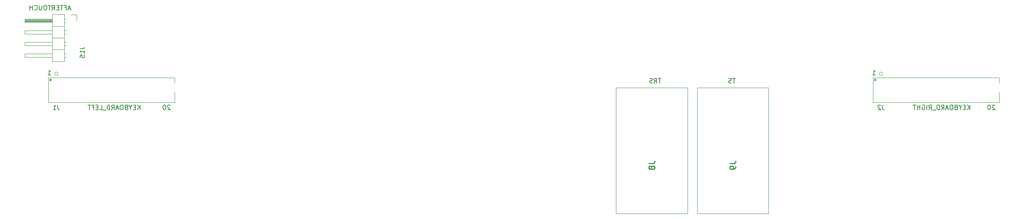
<source format=gbr>
%TF.GenerationSoftware,KiCad,Pcbnew,7.0.1*%
%TF.CreationDate,2023-06-05T15:34:48+02:00*%
%TF.ProjectId,hoatzin,686f6174-7a69-46e2-9e6b-696361645f70,rev?*%
%TF.SameCoordinates,Original*%
%TF.FileFunction,Legend,Bot*%
%TF.FilePolarity,Positive*%
%FSLAX46Y46*%
G04 Gerber Fmt 4.6, Leading zero omitted, Abs format (unit mm)*
G04 Created by KiCad (PCBNEW 7.0.1) date 2023-06-05 15:34:48*
%MOMM*%
%LPD*%
G01*
G04 APERTURE LIST*
%ADD10C,0.150000*%
%ADD11C,0.254000*%
%ADD12C,0.120000*%
%ADD13C,0.100000*%
G04 APERTURE END LIST*
D10*
X58347857Y-94442619D02*
X58347857Y-93442619D01*
X57776429Y-94442619D02*
X58205000Y-93871190D01*
X57776429Y-93442619D02*
X58347857Y-94014047D01*
X57347857Y-93918809D02*
X57014524Y-93918809D01*
X56871667Y-94442619D02*
X57347857Y-94442619D01*
X57347857Y-94442619D02*
X57347857Y-93442619D01*
X57347857Y-93442619D02*
X56871667Y-93442619D01*
X56252619Y-93966428D02*
X56252619Y-94442619D01*
X56585952Y-93442619D02*
X56252619Y-93966428D01*
X56252619Y-93966428D02*
X55919286Y-93442619D01*
X55252619Y-93918809D02*
X55109762Y-93966428D01*
X55109762Y-93966428D02*
X55062143Y-94014047D01*
X55062143Y-94014047D02*
X55014524Y-94109285D01*
X55014524Y-94109285D02*
X55014524Y-94252142D01*
X55014524Y-94252142D02*
X55062143Y-94347380D01*
X55062143Y-94347380D02*
X55109762Y-94395000D01*
X55109762Y-94395000D02*
X55205000Y-94442619D01*
X55205000Y-94442619D02*
X55585952Y-94442619D01*
X55585952Y-94442619D02*
X55585952Y-93442619D01*
X55585952Y-93442619D02*
X55252619Y-93442619D01*
X55252619Y-93442619D02*
X55157381Y-93490238D01*
X55157381Y-93490238D02*
X55109762Y-93537857D01*
X55109762Y-93537857D02*
X55062143Y-93633095D01*
X55062143Y-93633095D02*
X55062143Y-93728333D01*
X55062143Y-93728333D02*
X55109762Y-93823571D01*
X55109762Y-93823571D02*
X55157381Y-93871190D01*
X55157381Y-93871190D02*
X55252619Y-93918809D01*
X55252619Y-93918809D02*
X55585952Y-93918809D01*
X54395476Y-93442619D02*
X54205000Y-93442619D01*
X54205000Y-93442619D02*
X54109762Y-93490238D01*
X54109762Y-93490238D02*
X54014524Y-93585476D01*
X54014524Y-93585476D02*
X53966905Y-93775952D01*
X53966905Y-93775952D02*
X53966905Y-94109285D01*
X53966905Y-94109285D02*
X54014524Y-94299761D01*
X54014524Y-94299761D02*
X54109762Y-94395000D01*
X54109762Y-94395000D02*
X54205000Y-94442619D01*
X54205000Y-94442619D02*
X54395476Y-94442619D01*
X54395476Y-94442619D02*
X54490714Y-94395000D01*
X54490714Y-94395000D02*
X54585952Y-94299761D01*
X54585952Y-94299761D02*
X54633571Y-94109285D01*
X54633571Y-94109285D02*
X54633571Y-93775952D01*
X54633571Y-93775952D02*
X54585952Y-93585476D01*
X54585952Y-93585476D02*
X54490714Y-93490238D01*
X54490714Y-93490238D02*
X54395476Y-93442619D01*
X53585952Y-94156904D02*
X53109762Y-94156904D01*
X53681190Y-94442619D02*
X53347857Y-93442619D01*
X53347857Y-93442619D02*
X53014524Y-94442619D01*
X52109762Y-94442619D02*
X52443095Y-93966428D01*
X52681190Y-94442619D02*
X52681190Y-93442619D01*
X52681190Y-93442619D02*
X52300238Y-93442619D01*
X52300238Y-93442619D02*
X52205000Y-93490238D01*
X52205000Y-93490238D02*
X52157381Y-93537857D01*
X52157381Y-93537857D02*
X52109762Y-93633095D01*
X52109762Y-93633095D02*
X52109762Y-93775952D01*
X52109762Y-93775952D02*
X52157381Y-93871190D01*
X52157381Y-93871190D02*
X52205000Y-93918809D01*
X52205000Y-93918809D02*
X52300238Y-93966428D01*
X52300238Y-93966428D02*
X52681190Y-93966428D01*
X51681190Y-94442619D02*
X51681190Y-93442619D01*
X51681190Y-93442619D02*
X51443095Y-93442619D01*
X51443095Y-93442619D02*
X51300238Y-93490238D01*
X51300238Y-93490238D02*
X51205000Y-93585476D01*
X51205000Y-93585476D02*
X51157381Y-93680714D01*
X51157381Y-93680714D02*
X51109762Y-93871190D01*
X51109762Y-93871190D02*
X51109762Y-94014047D01*
X51109762Y-94014047D02*
X51157381Y-94204523D01*
X51157381Y-94204523D02*
X51205000Y-94299761D01*
X51205000Y-94299761D02*
X51300238Y-94395000D01*
X51300238Y-94395000D02*
X51443095Y-94442619D01*
X51443095Y-94442619D02*
X51681190Y-94442619D01*
X50919286Y-94537857D02*
X50157381Y-94537857D01*
X49443095Y-94442619D02*
X49919285Y-94442619D01*
X49919285Y-94442619D02*
X49919285Y-93442619D01*
X49109761Y-93918809D02*
X48776428Y-93918809D01*
X48633571Y-94442619D02*
X49109761Y-94442619D01*
X49109761Y-94442619D02*
X49109761Y-93442619D01*
X49109761Y-93442619D02*
X48633571Y-93442619D01*
X47871666Y-93918809D02*
X48204999Y-93918809D01*
X48204999Y-94442619D02*
X48204999Y-93442619D01*
X48204999Y-93442619D02*
X47728809Y-93442619D01*
X47490713Y-93442619D02*
X46919285Y-93442619D01*
X47204999Y-94442619D02*
X47204999Y-93442619D01*
X172203904Y-87600619D02*
X171632476Y-87600619D01*
X171918190Y-88600619D02*
X171918190Y-87600619D01*
X170727714Y-88600619D02*
X171061047Y-88124428D01*
X171299142Y-88600619D02*
X171299142Y-87600619D01*
X171299142Y-87600619D02*
X170918190Y-87600619D01*
X170918190Y-87600619D02*
X170822952Y-87648238D01*
X170822952Y-87648238D02*
X170775333Y-87695857D01*
X170775333Y-87695857D02*
X170727714Y-87791095D01*
X170727714Y-87791095D02*
X170727714Y-87933952D01*
X170727714Y-87933952D02*
X170775333Y-88029190D01*
X170775333Y-88029190D02*
X170822952Y-88076809D01*
X170822952Y-88076809D02*
X170918190Y-88124428D01*
X170918190Y-88124428D02*
X171299142Y-88124428D01*
X170346761Y-88553000D02*
X170203904Y-88600619D01*
X170203904Y-88600619D02*
X169965809Y-88600619D01*
X169965809Y-88600619D02*
X169870571Y-88553000D01*
X169870571Y-88553000D02*
X169822952Y-88505380D01*
X169822952Y-88505380D02*
X169775333Y-88410142D01*
X169775333Y-88410142D02*
X169775333Y-88314904D01*
X169775333Y-88314904D02*
X169822952Y-88219666D01*
X169822952Y-88219666D02*
X169870571Y-88172047D01*
X169870571Y-88172047D02*
X169965809Y-88124428D01*
X169965809Y-88124428D02*
X170156285Y-88076809D01*
X170156285Y-88076809D02*
X170251523Y-88029190D01*
X170251523Y-88029190D02*
X170299142Y-87981571D01*
X170299142Y-87981571D02*
X170346761Y-87886333D01*
X170346761Y-87886333D02*
X170346761Y-87791095D01*
X170346761Y-87791095D02*
X170299142Y-87695857D01*
X170299142Y-87695857D02*
X170251523Y-87648238D01*
X170251523Y-87648238D02*
X170156285Y-87600619D01*
X170156285Y-87600619D02*
X169918190Y-87600619D01*
X169918190Y-87600619D02*
X169775333Y-87648238D01*
X43060380Y-72312904D02*
X42584190Y-72312904D01*
X43155618Y-72598619D02*
X42822285Y-71598619D01*
X42822285Y-71598619D02*
X42488952Y-72598619D01*
X41822285Y-72074809D02*
X42155618Y-72074809D01*
X42155618Y-72598619D02*
X42155618Y-71598619D01*
X42155618Y-71598619D02*
X41679428Y-71598619D01*
X41441332Y-71598619D02*
X40869904Y-71598619D01*
X41155618Y-72598619D02*
X41155618Y-71598619D01*
X40536570Y-72074809D02*
X40203237Y-72074809D01*
X40060380Y-72598619D02*
X40536570Y-72598619D01*
X40536570Y-72598619D02*
X40536570Y-71598619D01*
X40536570Y-71598619D02*
X40060380Y-71598619D01*
X39060380Y-72598619D02*
X39393713Y-72122428D01*
X39631808Y-72598619D02*
X39631808Y-71598619D01*
X39631808Y-71598619D02*
X39250856Y-71598619D01*
X39250856Y-71598619D02*
X39155618Y-71646238D01*
X39155618Y-71646238D02*
X39107999Y-71693857D01*
X39107999Y-71693857D02*
X39060380Y-71789095D01*
X39060380Y-71789095D02*
X39060380Y-71931952D01*
X39060380Y-71931952D02*
X39107999Y-72027190D01*
X39107999Y-72027190D02*
X39155618Y-72074809D01*
X39155618Y-72074809D02*
X39250856Y-72122428D01*
X39250856Y-72122428D02*
X39631808Y-72122428D01*
X38774665Y-71598619D02*
X38203237Y-71598619D01*
X38488951Y-72598619D02*
X38488951Y-71598619D01*
X37679427Y-71598619D02*
X37488951Y-71598619D01*
X37488951Y-71598619D02*
X37393713Y-71646238D01*
X37393713Y-71646238D02*
X37298475Y-71741476D01*
X37298475Y-71741476D02*
X37250856Y-71931952D01*
X37250856Y-71931952D02*
X37250856Y-72265285D01*
X37250856Y-72265285D02*
X37298475Y-72455761D01*
X37298475Y-72455761D02*
X37393713Y-72551000D01*
X37393713Y-72551000D02*
X37488951Y-72598619D01*
X37488951Y-72598619D02*
X37679427Y-72598619D01*
X37679427Y-72598619D02*
X37774665Y-72551000D01*
X37774665Y-72551000D02*
X37869903Y-72455761D01*
X37869903Y-72455761D02*
X37917522Y-72265285D01*
X37917522Y-72265285D02*
X37917522Y-71931952D01*
X37917522Y-71931952D02*
X37869903Y-71741476D01*
X37869903Y-71741476D02*
X37774665Y-71646238D01*
X37774665Y-71646238D02*
X37679427Y-71598619D01*
X36822284Y-71598619D02*
X36822284Y-72408142D01*
X36822284Y-72408142D02*
X36774665Y-72503380D01*
X36774665Y-72503380D02*
X36727046Y-72551000D01*
X36727046Y-72551000D02*
X36631808Y-72598619D01*
X36631808Y-72598619D02*
X36441332Y-72598619D01*
X36441332Y-72598619D02*
X36346094Y-72551000D01*
X36346094Y-72551000D02*
X36298475Y-72503380D01*
X36298475Y-72503380D02*
X36250856Y-72408142D01*
X36250856Y-72408142D02*
X36250856Y-71598619D01*
X35203237Y-72503380D02*
X35250856Y-72551000D01*
X35250856Y-72551000D02*
X35393713Y-72598619D01*
X35393713Y-72598619D02*
X35488951Y-72598619D01*
X35488951Y-72598619D02*
X35631808Y-72551000D01*
X35631808Y-72551000D02*
X35727046Y-72455761D01*
X35727046Y-72455761D02*
X35774665Y-72360523D01*
X35774665Y-72360523D02*
X35822284Y-72170047D01*
X35822284Y-72170047D02*
X35822284Y-72027190D01*
X35822284Y-72027190D02*
X35774665Y-71836714D01*
X35774665Y-71836714D02*
X35727046Y-71741476D01*
X35727046Y-71741476D02*
X35631808Y-71646238D01*
X35631808Y-71646238D02*
X35488951Y-71598619D01*
X35488951Y-71598619D02*
X35393713Y-71598619D01*
X35393713Y-71598619D02*
X35250856Y-71646238D01*
X35250856Y-71646238D02*
X35203237Y-71693857D01*
X34774665Y-72598619D02*
X34774665Y-71598619D01*
X34774665Y-72074809D02*
X34203237Y-72074809D01*
X34203237Y-72598619D02*
X34203237Y-71598619D01*
X239799047Y-94442619D02*
X239799047Y-93442619D01*
X239227619Y-94442619D02*
X239656190Y-93871190D01*
X239227619Y-93442619D02*
X239799047Y-94014047D01*
X238799047Y-93918809D02*
X238465714Y-93918809D01*
X238322857Y-94442619D02*
X238799047Y-94442619D01*
X238799047Y-94442619D02*
X238799047Y-93442619D01*
X238799047Y-93442619D02*
X238322857Y-93442619D01*
X237703809Y-93966428D02*
X237703809Y-94442619D01*
X238037142Y-93442619D02*
X237703809Y-93966428D01*
X237703809Y-93966428D02*
X237370476Y-93442619D01*
X236703809Y-93918809D02*
X236560952Y-93966428D01*
X236560952Y-93966428D02*
X236513333Y-94014047D01*
X236513333Y-94014047D02*
X236465714Y-94109285D01*
X236465714Y-94109285D02*
X236465714Y-94252142D01*
X236465714Y-94252142D02*
X236513333Y-94347380D01*
X236513333Y-94347380D02*
X236560952Y-94395000D01*
X236560952Y-94395000D02*
X236656190Y-94442619D01*
X236656190Y-94442619D02*
X237037142Y-94442619D01*
X237037142Y-94442619D02*
X237037142Y-93442619D01*
X237037142Y-93442619D02*
X236703809Y-93442619D01*
X236703809Y-93442619D02*
X236608571Y-93490238D01*
X236608571Y-93490238D02*
X236560952Y-93537857D01*
X236560952Y-93537857D02*
X236513333Y-93633095D01*
X236513333Y-93633095D02*
X236513333Y-93728333D01*
X236513333Y-93728333D02*
X236560952Y-93823571D01*
X236560952Y-93823571D02*
X236608571Y-93871190D01*
X236608571Y-93871190D02*
X236703809Y-93918809D01*
X236703809Y-93918809D02*
X237037142Y-93918809D01*
X235846666Y-93442619D02*
X235656190Y-93442619D01*
X235656190Y-93442619D02*
X235560952Y-93490238D01*
X235560952Y-93490238D02*
X235465714Y-93585476D01*
X235465714Y-93585476D02*
X235418095Y-93775952D01*
X235418095Y-93775952D02*
X235418095Y-94109285D01*
X235418095Y-94109285D02*
X235465714Y-94299761D01*
X235465714Y-94299761D02*
X235560952Y-94395000D01*
X235560952Y-94395000D02*
X235656190Y-94442619D01*
X235656190Y-94442619D02*
X235846666Y-94442619D01*
X235846666Y-94442619D02*
X235941904Y-94395000D01*
X235941904Y-94395000D02*
X236037142Y-94299761D01*
X236037142Y-94299761D02*
X236084761Y-94109285D01*
X236084761Y-94109285D02*
X236084761Y-93775952D01*
X236084761Y-93775952D02*
X236037142Y-93585476D01*
X236037142Y-93585476D02*
X235941904Y-93490238D01*
X235941904Y-93490238D02*
X235846666Y-93442619D01*
X235037142Y-94156904D02*
X234560952Y-94156904D01*
X235132380Y-94442619D02*
X234799047Y-93442619D01*
X234799047Y-93442619D02*
X234465714Y-94442619D01*
X233560952Y-94442619D02*
X233894285Y-93966428D01*
X234132380Y-94442619D02*
X234132380Y-93442619D01*
X234132380Y-93442619D02*
X233751428Y-93442619D01*
X233751428Y-93442619D02*
X233656190Y-93490238D01*
X233656190Y-93490238D02*
X233608571Y-93537857D01*
X233608571Y-93537857D02*
X233560952Y-93633095D01*
X233560952Y-93633095D02*
X233560952Y-93775952D01*
X233560952Y-93775952D02*
X233608571Y-93871190D01*
X233608571Y-93871190D02*
X233656190Y-93918809D01*
X233656190Y-93918809D02*
X233751428Y-93966428D01*
X233751428Y-93966428D02*
X234132380Y-93966428D01*
X233132380Y-94442619D02*
X233132380Y-93442619D01*
X233132380Y-93442619D02*
X232894285Y-93442619D01*
X232894285Y-93442619D02*
X232751428Y-93490238D01*
X232751428Y-93490238D02*
X232656190Y-93585476D01*
X232656190Y-93585476D02*
X232608571Y-93680714D01*
X232608571Y-93680714D02*
X232560952Y-93871190D01*
X232560952Y-93871190D02*
X232560952Y-94014047D01*
X232560952Y-94014047D02*
X232608571Y-94204523D01*
X232608571Y-94204523D02*
X232656190Y-94299761D01*
X232656190Y-94299761D02*
X232751428Y-94395000D01*
X232751428Y-94395000D02*
X232894285Y-94442619D01*
X232894285Y-94442619D02*
X233132380Y-94442619D01*
X232370476Y-94537857D02*
X231608571Y-94537857D01*
X230799047Y-94442619D02*
X231132380Y-93966428D01*
X231370475Y-94442619D02*
X231370475Y-93442619D01*
X231370475Y-93442619D02*
X230989523Y-93442619D01*
X230989523Y-93442619D02*
X230894285Y-93490238D01*
X230894285Y-93490238D02*
X230846666Y-93537857D01*
X230846666Y-93537857D02*
X230799047Y-93633095D01*
X230799047Y-93633095D02*
X230799047Y-93775952D01*
X230799047Y-93775952D02*
X230846666Y-93871190D01*
X230846666Y-93871190D02*
X230894285Y-93918809D01*
X230894285Y-93918809D02*
X230989523Y-93966428D01*
X230989523Y-93966428D02*
X231370475Y-93966428D01*
X230370475Y-94442619D02*
X230370475Y-93442619D01*
X229370476Y-93490238D02*
X229465714Y-93442619D01*
X229465714Y-93442619D02*
X229608571Y-93442619D01*
X229608571Y-93442619D02*
X229751428Y-93490238D01*
X229751428Y-93490238D02*
X229846666Y-93585476D01*
X229846666Y-93585476D02*
X229894285Y-93680714D01*
X229894285Y-93680714D02*
X229941904Y-93871190D01*
X229941904Y-93871190D02*
X229941904Y-94014047D01*
X229941904Y-94014047D02*
X229894285Y-94204523D01*
X229894285Y-94204523D02*
X229846666Y-94299761D01*
X229846666Y-94299761D02*
X229751428Y-94395000D01*
X229751428Y-94395000D02*
X229608571Y-94442619D01*
X229608571Y-94442619D02*
X229513333Y-94442619D01*
X229513333Y-94442619D02*
X229370476Y-94395000D01*
X229370476Y-94395000D02*
X229322857Y-94347380D01*
X229322857Y-94347380D02*
X229322857Y-94014047D01*
X229322857Y-94014047D02*
X229513333Y-94014047D01*
X228894285Y-94442619D02*
X228894285Y-93442619D01*
X228894285Y-93918809D02*
X228322857Y-93918809D01*
X228322857Y-94442619D02*
X228322857Y-93442619D01*
X227989523Y-93442619D02*
X227418095Y-93442619D01*
X227703809Y-94442619D02*
X227703809Y-93442619D01*
X188467904Y-87600619D02*
X187896476Y-87600619D01*
X188182190Y-88600619D02*
X188182190Y-87600619D01*
X187610761Y-88553000D02*
X187467904Y-88600619D01*
X187467904Y-88600619D02*
X187229809Y-88600619D01*
X187229809Y-88600619D02*
X187134571Y-88553000D01*
X187134571Y-88553000D02*
X187086952Y-88505380D01*
X187086952Y-88505380D02*
X187039333Y-88410142D01*
X187039333Y-88410142D02*
X187039333Y-88314904D01*
X187039333Y-88314904D02*
X187086952Y-88219666D01*
X187086952Y-88219666D02*
X187134571Y-88172047D01*
X187134571Y-88172047D02*
X187229809Y-88124428D01*
X187229809Y-88124428D02*
X187420285Y-88076809D01*
X187420285Y-88076809D02*
X187515523Y-88029190D01*
X187515523Y-88029190D02*
X187563142Y-87981571D01*
X187563142Y-87981571D02*
X187610761Y-87886333D01*
X187610761Y-87886333D02*
X187610761Y-87791095D01*
X187610761Y-87791095D02*
X187563142Y-87695857D01*
X187563142Y-87695857D02*
X187515523Y-87648238D01*
X187515523Y-87648238D02*
X187420285Y-87600619D01*
X187420285Y-87600619D02*
X187182190Y-87600619D01*
X187182190Y-87600619D02*
X187039333Y-87648238D01*
%TO.C,J2*%
X220678333Y-93442619D02*
X220678333Y-94156904D01*
X220678333Y-94156904D02*
X220725952Y-94299761D01*
X220725952Y-94299761D02*
X220821190Y-94395000D01*
X220821190Y-94395000D02*
X220964047Y-94442619D01*
X220964047Y-94442619D02*
X221059285Y-94442619D01*
X220249761Y-93537857D02*
X220202142Y-93490238D01*
X220202142Y-93490238D02*
X220106904Y-93442619D01*
X220106904Y-93442619D02*
X219868809Y-93442619D01*
X219868809Y-93442619D02*
X219773571Y-93490238D01*
X219773571Y-93490238D02*
X219725952Y-93537857D01*
X219725952Y-93537857D02*
X219678333Y-93633095D01*
X219678333Y-93633095D02*
X219678333Y-93728333D01*
X219678333Y-93728333D02*
X219725952Y-93871190D01*
X219725952Y-93871190D02*
X220297380Y-94442619D01*
X220297380Y-94442619D02*
X219678333Y-94442619D01*
X218535285Y-86822619D02*
X219106713Y-86822619D01*
X218820999Y-86822619D02*
X218820999Y-85822619D01*
X218820999Y-85822619D02*
X218916237Y-85965476D01*
X218916237Y-85965476D02*
X219011475Y-86060714D01*
X219011475Y-86060714D02*
X219106713Y-86108333D01*
X219074999Y-87727619D02*
X219074999Y-87965714D01*
X219313094Y-87870476D02*
X219074999Y-87965714D01*
X219074999Y-87965714D02*
X218836904Y-87870476D01*
X219217856Y-88156190D02*
X219074999Y-87965714D01*
X219074999Y-87965714D02*
X218932142Y-88156190D01*
X245236904Y-93537857D02*
X245189285Y-93490238D01*
X245189285Y-93490238D02*
X245094047Y-93442619D01*
X245094047Y-93442619D02*
X244855952Y-93442619D01*
X244855952Y-93442619D02*
X244760714Y-93490238D01*
X244760714Y-93490238D02*
X244713095Y-93537857D01*
X244713095Y-93537857D02*
X244665476Y-93633095D01*
X244665476Y-93633095D02*
X244665476Y-93728333D01*
X244665476Y-93728333D02*
X244713095Y-93871190D01*
X244713095Y-93871190D02*
X245284523Y-94442619D01*
X245284523Y-94442619D02*
X244665476Y-94442619D01*
X244046428Y-93442619D02*
X243951190Y-93442619D01*
X243951190Y-93442619D02*
X243855952Y-93490238D01*
X243855952Y-93490238D02*
X243808333Y-93537857D01*
X243808333Y-93537857D02*
X243760714Y-93633095D01*
X243760714Y-93633095D02*
X243713095Y-93823571D01*
X243713095Y-93823571D02*
X243713095Y-94061666D01*
X243713095Y-94061666D02*
X243760714Y-94252142D01*
X243760714Y-94252142D02*
X243808333Y-94347380D01*
X243808333Y-94347380D02*
X243855952Y-94395000D01*
X243855952Y-94395000D02*
X243951190Y-94442619D01*
X243951190Y-94442619D02*
X244046428Y-94442619D01*
X244046428Y-94442619D02*
X244141666Y-94395000D01*
X244141666Y-94395000D02*
X244189285Y-94347380D01*
X244189285Y-94347380D02*
X244236904Y-94252142D01*
X244236904Y-94252142D02*
X244284523Y-94061666D01*
X244284523Y-94061666D02*
X244284523Y-93823571D01*
X244284523Y-93823571D02*
X244236904Y-93633095D01*
X244236904Y-93633095D02*
X244189285Y-93537857D01*
X244189285Y-93537857D02*
X244141666Y-93490238D01*
X244141666Y-93490238D02*
X244046428Y-93442619D01*
D11*
%TO.C,J9*%
X187277526Y-106256667D02*
X188184669Y-106256667D01*
X188184669Y-106256667D02*
X188366097Y-106196190D01*
X188366097Y-106196190D02*
X188487050Y-106075238D01*
X188487050Y-106075238D02*
X188547526Y-105893809D01*
X188547526Y-105893809D02*
X188547526Y-105772857D01*
X188547526Y-106921905D02*
X188547526Y-107163809D01*
X188547526Y-107163809D02*
X188487050Y-107284762D01*
X188487050Y-107284762D02*
X188426573Y-107345238D01*
X188426573Y-107345238D02*
X188245145Y-107466190D01*
X188245145Y-107466190D02*
X188003240Y-107526667D01*
X188003240Y-107526667D02*
X187519430Y-107526667D01*
X187519430Y-107526667D02*
X187398478Y-107466190D01*
X187398478Y-107466190D02*
X187338002Y-107405714D01*
X187338002Y-107405714D02*
X187277526Y-107284762D01*
X187277526Y-107284762D02*
X187277526Y-107042857D01*
X187277526Y-107042857D02*
X187338002Y-106921905D01*
X187338002Y-106921905D02*
X187398478Y-106861428D01*
X187398478Y-106861428D02*
X187519430Y-106800952D01*
X187519430Y-106800952D02*
X187821811Y-106800952D01*
X187821811Y-106800952D02*
X187942764Y-106861428D01*
X187942764Y-106861428D02*
X188003240Y-106921905D01*
X188003240Y-106921905D02*
X188063716Y-107042857D01*
X188063716Y-107042857D02*
X188063716Y-107284762D01*
X188063716Y-107284762D02*
X188003240Y-107405714D01*
X188003240Y-107405714D02*
X187942764Y-107466190D01*
X187942764Y-107466190D02*
X187821811Y-107526667D01*
%TO.C,J8*%
X169557526Y-106256667D02*
X170464669Y-106256667D01*
X170464669Y-106256667D02*
X170646097Y-106196190D01*
X170646097Y-106196190D02*
X170767050Y-106075238D01*
X170767050Y-106075238D02*
X170827526Y-105893809D01*
X170827526Y-105893809D02*
X170827526Y-105772857D01*
X170101811Y-107042857D02*
X170041335Y-106921905D01*
X170041335Y-106921905D02*
X169980859Y-106861428D01*
X169980859Y-106861428D02*
X169859907Y-106800952D01*
X169859907Y-106800952D02*
X169799430Y-106800952D01*
X169799430Y-106800952D02*
X169678478Y-106861428D01*
X169678478Y-106861428D02*
X169618002Y-106921905D01*
X169618002Y-106921905D02*
X169557526Y-107042857D01*
X169557526Y-107042857D02*
X169557526Y-107284762D01*
X169557526Y-107284762D02*
X169618002Y-107405714D01*
X169618002Y-107405714D02*
X169678478Y-107466190D01*
X169678478Y-107466190D02*
X169799430Y-107526667D01*
X169799430Y-107526667D02*
X169859907Y-107526667D01*
X169859907Y-107526667D02*
X169980859Y-107466190D01*
X169980859Y-107466190D02*
X170041335Y-107405714D01*
X170041335Y-107405714D02*
X170101811Y-107284762D01*
X170101811Y-107284762D02*
X170101811Y-107042857D01*
X170101811Y-107042857D02*
X170162288Y-106921905D01*
X170162288Y-106921905D02*
X170222764Y-106861428D01*
X170222764Y-106861428D02*
X170343716Y-106800952D01*
X170343716Y-106800952D02*
X170585621Y-106800952D01*
X170585621Y-106800952D02*
X170706573Y-106861428D01*
X170706573Y-106861428D02*
X170767050Y-106921905D01*
X170767050Y-106921905D02*
X170827526Y-107042857D01*
X170827526Y-107042857D02*
X170827526Y-107284762D01*
X170827526Y-107284762D02*
X170767050Y-107405714D01*
X170767050Y-107405714D02*
X170706573Y-107466190D01*
X170706573Y-107466190D02*
X170585621Y-107526667D01*
X170585621Y-107526667D02*
X170343716Y-107526667D01*
X170343716Y-107526667D02*
X170222764Y-107466190D01*
X170222764Y-107466190D02*
X170162288Y-107405714D01*
X170162288Y-107405714D02*
X170101811Y-107284762D01*
D10*
%TO.C,J15*%
X45182619Y-81105476D02*
X45896904Y-81105476D01*
X45896904Y-81105476D02*
X46039761Y-81057857D01*
X46039761Y-81057857D02*
X46135000Y-80962619D01*
X46135000Y-80962619D02*
X46182619Y-80819762D01*
X46182619Y-80819762D02*
X46182619Y-80724524D01*
X46182619Y-82105476D02*
X46182619Y-81534048D01*
X46182619Y-81819762D02*
X45182619Y-81819762D01*
X45182619Y-81819762D02*
X45325476Y-81724524D01*
X45325476Y-81724524D02*
X45420714Y-81629286D01*
X45420714Y-81629286D02*
X45468333Y-81534048D01*
X45182619Y-83010238D02*
X45182619Y-82534048D01*
X45182619Y-82534048D02*
X45658809Y-82486429D01*
X45658809Y-82486429D02*
X45611190Y-82534048D01*
X45611190Y-82534048D02*
X45563571Y-82629286D01*
X45563571Y-82629286D02*
X45563571Y-82867381D01*
X45563571Y-82867381D02*
X45611190Y-82962619D01*
X45611190Y-82962619D02*
X45658809Y-83010238D01*
X45658809Y-83010238D02*
X45754047Y-83057857D01*
X45754047Y-83057857D02*
X45992142Y-83057857D01*
X45992142Y-83057857D02*
X46087380Y-83010238D01*
X46087380Y-83010238D02*
X46135000Y-82962619D01*
X46135000Y-82962619D02*
X46182619Y-82867381D01*
X46182619Y-82867381D02*
X46182619Y-82629286D01*
X46182619Y-82629286D02*
X46135000Y-82534048D01*
X46135000Y-82534048D02*
X46087380Y-82486429D01*
%TO.C,J1*%
X40338333Y-93442619D02*
X40338333Y-94156904D01*
X40338333Y-94156904D02*
X40385952Y-94299761D01*
X40385952Y-94299761D02*
X40481190Y-94395000D01*
X40481190Y-94395000D02*
X40624047Y-94442619D01*
X40624047Y-94442619D02*
X40719285Y-94442619D01*
X39338333Y-94442619D02*
X39909761Y-94442619D01*
X39624047Y-94442619D02*
X39624047Y-93442619D01*
X39624047Y-93442619D02*
X39719285Y-93585476D01*
X39719285Y-93585476D02*
X39814523Y-93680714D01*
X39814523Y-93680714D02*
X39909761Y-93728333D01*
X38734999Y-87727619D02*
X38734999Y-87965714D01*
X38973094Y-87870476D02*
X38734999Y-87965714D01*
X38734999Y-87965714D02*
X38496904Y-87870476D01*
X38877856Y-88156190D02*
X38734999Y-87965714D01*
X38734999Y-87965714D02*
X38592142Y-88156190D01*
X38195285Y-86822619D02*
X38766713Y-86822619D01*
X38480999Y-86822619D02*
X38480999Y-85822619D01*
X38480999Y-85822619D02*
X38576237Y-85965476D01*
X38576237Y-85965476D02*
X38671475Y-86060714D01*
X38671475Y-86060714D02*
X38766713Y-86108333D01*
X64896904Y-93537857D02*
X64849285Y-93490238D01*
X64849285Y-93490238D02*
X64754047Y-93442619D01*
X64754047Y-93442619D02*
X64515952Y-93442619D01*
X64515952Y-93442619D02*
X64420714Y-93490238D01*
X64420714Y-93490238D02*
X64373095Y-93537857D01*
X64373095Y-93537857D02*
X64325476Y-93633095D01*
X64325476Y-93633095D02*
X64325476Y-93728333D01*
X64325476Y-93728333D02*
X64373095Y-93871190D01*
X64373095Y-93871190D02*
X64944523Y-94442619D01*
X64944523Y-94442619D02*
X64325476Y-94442619D01*
X63706428Y-93442619D02*
X63611190Y-93442619D01*
X63611190Y-93442619D02*
X63515952Y-93490238D01*
X63515952Y-93490238D02*
X63468333Y-93537857D01*
X63468333Y-93537857D02*
X63420714Y-93633095D01*
X63420714Y-93633095D02*
X63373095Y-93823571D01*
X63373095Y-93823571D02*
X63373095Y-94061666D01*
X63373095Y-94061666D02*
X63420714Y-94252142D01*
X63420714Y-94252142D02*
X63468333Y-94347380D01*
X63468333Y-94347380D02*
X63515952Y-94395000D01*
X63515952Y-94395000D02*
X63611190Y-94442619D01*
X63611190Y-94442619D02*
X63706428Y-94442619D01*
X63706428Y-94442619D02*
X63801666Y-94395000D01*
X63801666Y-94395000D02*
X63849285Y-94347380D01*
X63849285Y-94347380D02*
X63896904Y-94252142D01*
X63896904Y-94252142D02*
X63944523Y-94061666D01*
X63944523Y-94061666D02*
X63944523Y-93823571D01*
X63944523Y-93823571D02*
X63896904Y-93633095D01*
X63896904Y-93633095D02*
X63849285Y-93537857D01*
X63849285Y-93537857D02*
X63801666Y-93490238D01*
X63801666Y-93490238D02*
X63706428Y-93442619D01*
D12*
%TO.C,J2*%
X218579700Y-87477600D02*
X246240300Y-87477600D01*
X218579700Y-92837000D02*
X218579700Y-87477600D01*
X246240300Y-87477600D02*
X246240300Y-88605673D01*
X246240300Y-90667527D02*
X246240300Y-92837000D01*
X246240300Y-92837000D02*
X218579700Y-92837000D01*
X220726000Y-86614000D02*
G75*
G03*
X220726000Y-86614000I-381000J0D01*
G01*
D13*
%TO.C,J9*%
X195771000Y-89662000D02*
X180149000Y-89662000D01*
X180149000Y-89662000D02*
X180149000Y-117246000D01*
X195771000Y-117246000D02*
X195771000Y-89662000D01*
X180149000Y-117246000D02*
X195771000Y-117246000D01*
%TO.C,J8*%
X178051000Y-89662000D02*
X162429000Y-89662000D01*
X162429000Y-89662000D02*
X162429000Y-117246000D01*
X178051000Y-117246000D02*
X178051000Y-89662000D01*
X162429000Y-117246000D02*
X178051000Y-117246000D01*
D12*
%TO.C,J15*%
X44450000Y-74930000D02*
X44450000Y-73660000D01*
X44450000Y-73660000D02*
X43180000Y-73660000D01*
X42137071Y-82930000D02*
X41740000Y-82930000D01*
X42137071Y-82170000D02*
X41740000Y-82170000D01*
X42137071Y-80390000D02*
X41740000Y-80390000D01*
X42137071Y-79630000D02*
X41740000Y-79630000D01*
X42137071Y-77850000D02*
X41740000Y-77850000D01*
X42137071Y-77090000D02*
X41740000Y-77090000D01*
X42070000Y-75310000D02*
X41740000Y-75310000D01*
X42070000Y-74550000D02*
X41740000Y-74550000D01*
X41740000Y-83880000D02*
X39080000Y-83880000D01*
X41740000Y-81280000D02*
X39080000Y-81280000D01*
X41740000Y-78740000D02*
X39080000Y-78740000D01*
X41740000Y-76200000D02*
X39080000Y-76200000D01*
X41740000Y-73600000D02*
X41740000Y-83880000D01*
X39080000Y-83880000D02*
X39080000Y-73600000D01*
X39080000Y-82170000D02*
X33080000Y-82170000D01*
X39080000Y-79630000D02*
X33080000Y-79630000D01*
X39080000Y-77090000D02*
X33080000Y-77090000D01*
X39080000Y-75210000D02*
X33080000Y-75210000D01*
X39080000Y-75090000D02*
X33080000Y-75090000D01*
X39080000Y-74970000D02*
X33080000Y-74970000D01*
X39080000Y-74850000D02*
X33080000Y-74850000D01*
X39080000Y-74730000D02*
X33080000Y-74730000D01*
X39080000Y-74610000D02*
X33080000Y-74610000D01*
X39080000Y-74550000D02*
X33080000Y-74550000D01*
X39080000Y-73600000D02*
X41740000Y-73600000D01*
X33080000Y-82930000D02*
X39080000Y-82930000D01*
X33080000Y-82170000D02*
X33080000Y-82930000D01*
X33080000Y-80390000D02*
X39080000Y-80390000D01*
X33080000Y-79630000D02*
X33080000Y-80390000D01*
X33080000Y-77850000D02*
X39080000Y-77850000D01*
X33080000Y-77090000D02*
X33080000Y-77850000D01*
X33080000Y-75310000D02*
X39080000Y-75310000D01*
X33080000Y-74550000D02*
X33080000Y-75310000D01*
%TO.C,J1*%
X38239700Y-87477600D02*
X65900300Y-87477600D01*
X38239700Y-92837000D02*
X38239700Y-87477600D01*
X65900300Y-87477600D02*
X65900300Y-88605673D01*
X65900300Y-90667527D02*
X65900300Y-92837000D01*
X65900300Y-92837000D02*
X38239700Y-92837000D01*
X40386000Y-86614000D02*
G75*
G03*
X40386000Y-86614000I-381000J0D01*
G01*
%TD*%
M02*

</source>
